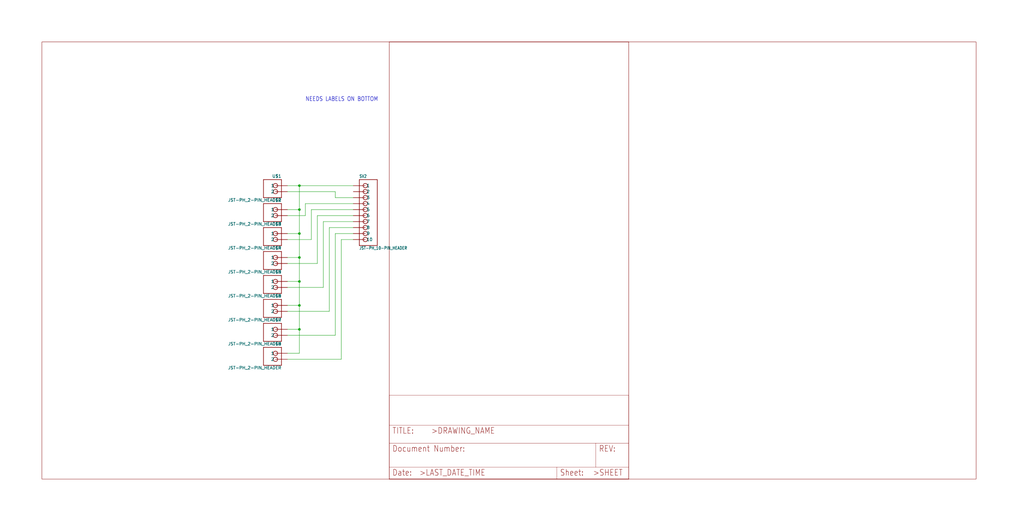
<source format=kicad_sch>
(kicad_sch (version 20211123) (generator eeschema)
  (paper "User" 434.34 223.571)
  (lib_symbols
    (symbol "weaver_PHSIL-eagle-import:JST-PH_10-PIN_HEADER"
      (property "Value" "JST-PH_10-PIN_HEADER" (at -5.08 -22.098 0))
      (symbol "JST-PH_10-PIN_HEADER_1_0"
        (circle (center -2.54 -17.78) (radius 0.9158) (stroke (width 0.254)))
        (circle (center -2.54 -15.24) (radius 0.9158) (stroke (width 0.254)))
        (circle (center -2.54 -12.7) (radius 0.9158) (stroke (width 0.254)))
        (circle (center -2.54 -10.16) (radius 0.9158) (stroke (width 0.254)))
        (circle (center -2.54 -7.62) (radius 0.9158) (stroke (width 0.254)))
        (circle (center -2.54 -5.08) (radius 0.9158) (stroke (width 0.254)))
        (circle (center -2.54 -2.54) (radius 0.9158) (stroke (width 0.254)))
        (circle (center -2.54 0) (radius 0.9158) (stroke (width 0.254)))
        (circle (center -2.54 2.54) (radius 0.9158) (stroke (width 0.254)))
        (circle (center -2.54 5.08) (radius 0.9158) (stroke (width 0.254)))
        (polyline (pts (xy -5.08 -20.32) (xy -5.08 7.62)) (stroke (width 0.254)))
        (polyline (pts (xy -5.08 7.62) (xy 2.54 7.62)) (stroke (width 0.254)))
        (polyline (pts (xy 2.54 -20.32) (xy -5.08 -20.32)) (stroke (width 0.254)))
        (polyline (pts (xy 2.54 7.62) (xy 2.54 -20.32)) (stroke (width 0.254)))
        (pin bidirectional line (at -7.62 5.08 0) (length 5.08) (name "1") (number "P1"))
        (pin bidirectional line (at -7.62 -17.78 0) (length 5.08) (name "10") (number "P10"))
        (pin bidirectional line (at -7.62 2.54 0) (length 5.08) (name "2") (number "P2"))
        (pin bidirectional line (at -7.62 0 0) (length 5.08) (name "3") (number "P3"))
        (pin bidirectional line (at -7.62 -2.54 0) (length 5.08) (name "4") (number "P4"))
        (pin bidirectional line (at -7.62 -5.08 0) (length 5.08) (name "5") (number "P5"))
        (pin bidirectional line (at -7.62 -7.62 0) (length 5.08) (name "6") (number "P6"))
        (pin bidirectional line (at -7.62 -10.16 0) (length 5.08) (name "7") (number "P7"))
        (pin bidirectional line (at -7.62 -12.7 0) (length 5.08) (name "8") (number "P8"))
        (pin bidirectional line (at -7.62 -15.24 0) (length 5.08) (name "9") (number "P9"))
      )
    )
    (symbol "weaver_PHSIL-eagle-import:JST-PH_2-PIN_HEADER"
      (property "Value" "JST-PH_2-PIN_HEADER" (at -5.08 -4.318 0))
      (symbol "JST-PH_2-PIN_HEADER_1_0"
        (circle (center -2.54 0) (radius 0.9158) (stroke (width 0.254)))
        (circle (center -2.54 2.54) (radius 0.9158) (stroke (width 0.254)))
        (polyline (pts (xy -5.08 -2.54) (xy -5.08 5.08)) (stroke (width 0.254)))
        (polyline (pts (xy -5.08 5.08) (xy 2.54 5.08)) (stroke (width 0.254)))
        (polyline (pts (xy 2.54 -2.54) (xy -5.08 -2.54)) (stroke (width 0.254)))
        (polyline (pts (xy 2.54 5.08) (xy 2.54 -2.54)) (stroke (width 0.254)))
        (pin bidirectional line (at -7.62 2.54 0) (length 5.08) (name "1") (number "P1"))
        (pin bidirectional line (at -7.62 0 0) (length 5.08) (name "2") (number "P2"))
      )
    )
    (symbol "weaver_PHSIL-eagle-import:LETTER_L"
      (symbol "LETTER_L_0_0"
        (polyline (pts (xy 0 0) (xy 248.92 0) (xy 248.92 185.42) (xy 0 185.42) (xy 0 0)))
      )
      (symbol "LETTER_L_2_0"
        (polyline (pts (xy 0 0) (xy 0 5.08)) (stroke (width 0.1016)))
        (polyline (pts (xy 0 0) (xy 71.12 0)) (stroke (width 0.1016)))
        (polyline (pts (xy 0 5.08) (xy 0 15.24)) (stroke (width 0.1016)))
        (polyline (pts (xy 0 5.08) (xy 71.12 5.08)) (stroke (width 0.1016)))
        (polyline (pts (xy 0 15.24) (xy 0 22.86)) (stroke (width 0.1016)))
        (polyline (pts (xy 0 22.86) (xy 0 35.56)) (stroke (width 0.1016)))
        (polyline (pts (xy 0 22.86) (xy 101.6 22.86)) (stroke (width 0.1016)))
        (polyline (pts (xy 71.12 0) (xy 101.6 0)) (stroke (width 0.1016)))
        (polyline (pts (xy 71.12 5.08) (xy 71.12 0)) (stroke (width 0.1016)))
        (polyline (pts (xy 71.12 5.08) (xy 87.63 5.08)) (stroke (width 0.1016)))
        (polyline (pts (xy 87.63 5.08) (xy 101.6 5.08)) (stroke (width 0.1016)))
        (polyline (pts (xy 87.63 15.24) (xy 0 15.24)) (stroke (width 0.1016)))
        (polyline (pts (xy 87.63 15.24) (xy 87.63 5.08)) (stroke (width 0.1016)))
        (polyline (pts (xy 101.6 5.08) (xy 101.6 0)) (stroke (width 0.1016)))
        (polyline (pts (xy 101.6 15.24) (xy 87.63 15.24)) (stroke (width 0.1016)))
        (polyline (pts (xy 101.6 15.24) (xy 101.6 5.08)) (stroke (width 0.1016)))
        (polyline (pts (xy 101.6 22.86) (xy 101.6 15.24)) (stroke (width 0.1016)))
        (polyline (pts (xy 101.6 35.56) (xy 0 35.56)) (stroke (width 0.1016)))
        (polyline (pts (xy 101.6 35.56) (xy 101.6 22.86)) (stroke (width 0.1016)))
        (text ">DRAWING_NAME" (at 17.78 19.05 0) (effects (font (size 2.54 2.159)) (justify left bottom)))
        (text ">LAST_DATE_TIME" (at 12.7 1.27 0) (effects (font (size 2.54 2.159)) (justify left bottom)))
        (text ">SHEET" (at 86.36 1.27 0) (effects (font (size 2.54 2.159)) (justify left bottom)))
        (text "Date:" (at 1.27 1.27 0) (effects (font (size 2.54 2.159)) (justify left bottom)))
        (text "Document Number:" (at 1.27 11.43 0) (effects (font (size 2.54 2.159)) (justify left bottom)))
        (text "REV:" (at 88.9 11.43 0) (effects (font (size 2.54 2.159)) (justify left bottom)))
        (text "Sheet:" (at 72.39 1.27 0) (effects (font (size 2.54 2.159)) (justify left bottom)))
        (text "TITLE:" (at 1.27 19.05 0) (effects (font (size 2.54 2.159)) (justify left bottom)))
      )
    )
  )
  (junction (at 127 99.06))
  (junction (at 127 88.9))
  (junction (at 127 119.38))
  (junction (at 127 139.7))
  (junction (at 127 129.54))
  (junction (at 127 109.22))
  (junction (at 127 78.74))
  (wire (pts (xy 121.92 129.54) (xy 127 129.54)))
  (wire (pts (xy 149.86 86.36) (xy 129.54 86.36)))
  (wire (pts (xy 129.54 91.44) (xy 129.54 86.36)))
  (wire (pts (xy 139.7 132.08) (xy 139.7 96.52)))
  (wire (pts (xy 127 149.86) (xy 127 139.7)))
  (wire (pts (xy 121.92 132.08) (xy 139.7 132.08)))
  (wire (pts (xy 127 129.54) (xy 127 119.38)))
  (wire (pts (xy 137.16 121.92) (xy 137.16 93.98)))
  (wire (pts (xy 144.78 101.6) (xy 149.86 101.6)))
  (wire (pts (xy 127 78.74) (xy 149.86 78.74)))
  (wire (pts (xy 144.78 152.4) (xy 144.78 101.6)))
  (wire (pts (xy 142.24 99.06) (xy 149.86 99.06)))
  (wire (pts (xy 127 139.7) (xy 127 129.54)))
  (wire (pts (xy 121.92 149.86) (xy 127 149.86)))
  (wire (pts (xy 127 119.38) (xy 127 109.22)))
  (wire (pts (xy 121.92 111.76) (xy 134.62 111.76)))
  (wire (pts (xy 121.92 78.74) (xy 127 78.74)))
  (wire (pts (xy 121.92 91.44) (xy 129.54 91.44)))
  (wire (pts (xy 139.7 96.52) (xy 149.86 96.52)))
  (wire (pts (xy 121.92 109.22) (xy 127 109.22)))
  (wire (pts (xy 149.86 88.9) (xy 132.08 88.9)))
  (wire (pts (xy 121.92 101.6) (xy 132.08 101.6)))
  (wire (pts (xy 127 88.9) (xy 127 78.74)))
  (wire (pts (xy 121.92 139.7) (xy 127 139.7)))
  (wire (pts (xy 149.86 91.44) (xy 134.62 91.44)))
  (wire (pts (xy 127 99.06) (xy 127 88.9)))
  (wire (pts (xy 121.92 142.24) (xy 142.24 142.24)))
  (wire (pts (xy 137.16 93.98) (xy 149.86 93.98)))
  (wire (pts (xy 134.62 111.76) (xy 134.62 91.44)))
  (wire (pts (xy 142.24 142.24) (xy 142.24 99.06)))
  (wire (pts (xy 121.92 121.92) (xy 137.16 121.92)))
  (wire (pts (xy 121.92 119.38) (xy 127 119.38)))
  (wire (pts (xy 142.24 83.82) (xy 142.24 81.28)))
  (wire (pts (xy 149.86 83.82) (xy 142.24 83.82)))
  (wire (pts (xy 142.24 81.28) (xy 121.92 81.28)))
  (wire (pts (xy 121.92 152.4) (xy 144.78 152.4)))
  (wire (pts (xy 132.08 101.6) (xy 132.08 88.9)))
  (wire (pts (xy 121.92 99.06) (xy 127 99.06)))
  (wire (pts (xy 127 109.22) (xy 127 99.06)))
  (wire (pts (xy 121.92 88.9) (xy 127 88.9)))
  (text "NEEDS LABELS ON BOTTOM" (at 129.54 43.18 180) (effects (font (size 1.778 1.5113)) (justify left bottom)))
  (symbol (lib_id "weaver_PHSIL-eagle-import:JST-PH_2-PIN_HEADER") (at 114.3 91.44 0) (mirror y) (unit 1)
    (property "Reference" "U$2" (at 119.38 85.598 0) (effects (justify left bottom)))
    (property "Value" "JST-PH_2-PIN_HEADER" (at 119.38 95.758 0) (effects (justify left bottom)))
    (property "Footprint" "weaver_PHSIL:JST_B2B-PH_HEADER" (effects hide))
  )
  (symbol (lib_id "weaver_PHSIL-eagle-import:JST-PH_10-PIN_HEADER") (at 157.48 83.82 0) (unit 1)
    (property "Reference" "SV2" (at 152.4 75.438 0) (effects (font (size 1.27 1.0795)) (justify left bottom)))
    (property "Value" "JST-PH_10-PIN_HEADER" (at 152.4 105.918 0) (effects (font (size 1.27 1.0795)) (justify left bottom)))
    (property "Footprint" "weaver_PHSIL:JST_B10B-PH_HEADER" (effects hide))
  )
  (symbol (lib_id "weaver_PHSIL-eagle-import:JST-PH_2-PIN_HEADER") (at 114.3 101.6 0) (mirror y) (unit 1)
    (property "Reference" "U$3" (at 119.38 95.758 0) (effects (justify left bottom)))
    (property "Value" "JST-PH_2-PIN_HEADER" (at 119.38 105.918 0) (effects (justify left bottom)))
    (property "Footprint" "weaver_PHSIL:JST_B2B-PH_HEADER" (effects hide))
  )
  (symbol (lib_id "weaver_PHSIL-eagle-import:LETTER_L") (at 165.1 203.2 0) (unit 2)
    (property "Reference" "#FRAME1" (effects hide))
    (property "Value" "LETTER_L" (effects hide))
    (property "Footprint" "weaver_PHSIL:" (effects hide))
  )
  (symbol (lib_id "weaver_PHSIL-eagle-import:JST-PH_2-PIN_HEADER") (at 114.3 132.08 0) (mirror y) (unit 1)
    (property "Reference" "U$6" (at 119.38 126.238 0) (effects (justify left bottom)))
    (property "Value" "JST-PH_2-PIN_HEADER" (at 119.38 136.398 0) (effects (justify left bottom)))
    (property "Footprint" "weaver_PHSIL:JST_B2B-PH_HEADER" (effects hide))
  )
  (symbol (lib_id "weaver_PHSIL-eagle-import:LETTER_L") (at 17.78 203.2 0) (unit 1)
    (property "Reference" "#FRAME1" (effects hide))
    (property "Value" "LETTER_L" (effects hide))
    (property "Footprint" "weaver_PHSIL:" (effects hide))
  )
  (symbol (lib_id "weaver_PHSIL-eagle-import:JST-PH_2-PIN_HEADER") (at 114.3 81.28 0) (mirror y) (unit 1)
    (property "Reference" "U$1" (at 119.38 75.438 0) (effects (justify left bottom)))
    (property "Value" "JST-PH_2-PIN_HEADER" (at 119.38 85.598 0) (effects (justify left bottom)))
    (property "Footprint" "weaver_PHSIL:JST_B2B-PH_HEADER" (effects hide))
  )
  (symbol (lib_id "weaver_PHSIL-eagle-import:JST-PH_2-PIN_HEADER") (at 114.3 142.24 0) (mirror y) (unit 1)
    (property "Reference" "U$7" (at 119.38 136.398 0) (effects (justify left bottom)))
    (property "Value" "JST-PH_2-PIN_HEADER" (at 119.38 146.558 0) (effects (justify left bottom)))
    (property "Footprint" "weaver_PHSIL:JST_B2B-PH_HEADER" (effects hide))
  )
  (symbol (lib_id "weaver_PHSIL-eagle-import:JST-PH_2-PIN_HEADER") (at 114.3 121.92 0) (mirror y) (unit 1)
    (property "Reference" "U$5" (at 119.38 116.078 0) (effects (justify left bottom)))
    (property "Value" "JST-PH_2-PIN_HEADER" (at 119.38 126.238 0) (effects (justify left bottom)))
    (property "Footprint" "weaver_PHSIL:JST_B2B-PH_HEADER" (effects hide))
  )
  (symbol (lib_id "weaver_PHSIL-eagle-import:JST-PH_2-PIN_HEADER") (at 114.3 111.76 0) (mirror y) (unit 1)
    (property "Reference" "U$4" (at 119.38 105.918 0) (effects (justify left bottom)))
    (property "Value" "JST-PH_2-PIN_HEADER" (at 119.38 116.078 0) (effects (justify left bottom)))
    (property "Footprint" "weaver_PHSIL:JST_B2B-PH_HEADER" (effects hide))
  )
  (symbol (lib_id "weaver_PHSIL-eagle-import:JST-PH_2-PIN_HEADER") (at 114.3 152.4 0) (mirror y) (unit 1)
    (property "Reference" "U$8" (at 119.38 146.558 0) (effects (justify left bottom)))
    (property "Value" "JST-PH_2-PIN_HEADER" (at 119.38 156.718 0) (effects (justify left bottom)))
    (property "Footprint" "weaver_PHSIL:JST_B2B-PH_HEADER" (effects hide))
  )
)
</source>
